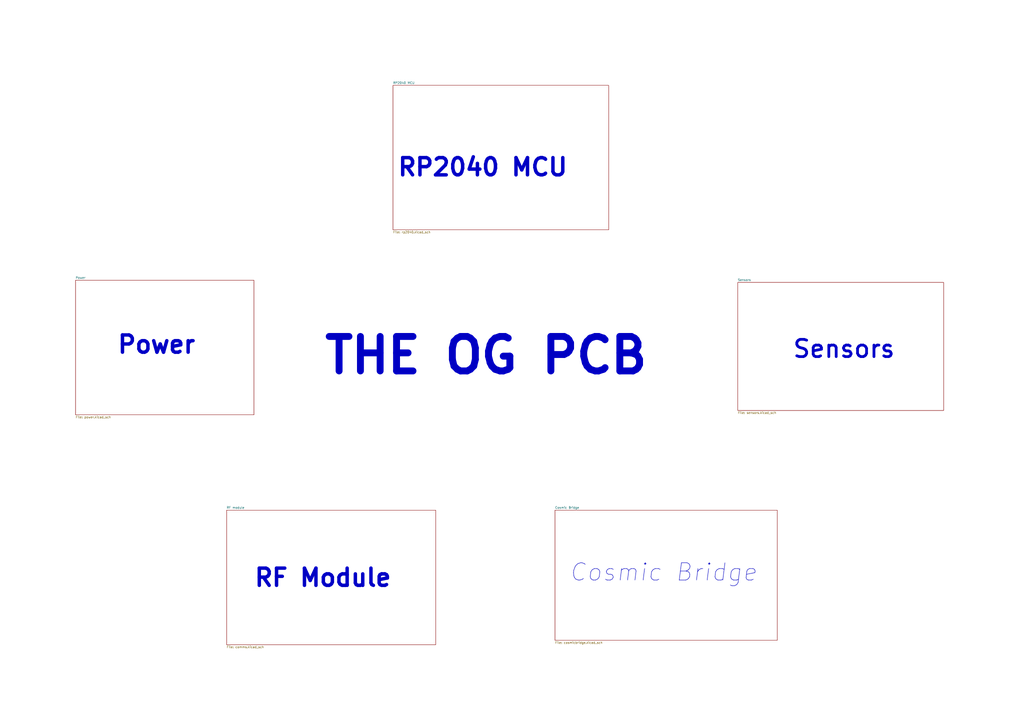
<source format=kicad_sch>
(kicad_sch
	(version 20250114)
	(generator "eeschema")
	(generator_version "9.0")
	(uuid "e4ef350a-b140-44e0-8bc3-973fc24bf90a")
	(paper "A2")
	(lib_symbols)
	(text "Cosmic Bridge"
		(exclude_from_sim no)
		(at 384.81 332.105 0)
		(effects
			(font
				(size 10 10)
				(thickness 0.254)
				(bold yes)
				(italic yes)
			)
		)
		(uuid "2074abb8-fa8b-4a52-8432-dec1260189ed")
	)
	(text "RF Module"
		(exclude_from_sim no)
		(at 187.325 335.28 0)
		(effects
			(font
				(size 10 10)
				(thickness 2)
				(bold yes)
			)
		)
		(uuid "614e2bf6-ee3c-4323-929a-706d3927acf8")
	)
	(text "Power"
		(exclude_from_sim no)
		(at 90.805 200.025 0)
		(effects
			(font
				(size 10 10)
				(thickness 2)
				(bold yes)
			)
		)
		(uuid "70230e2b-11c0-48f3-bd37-2ded5b86e98f")
	)
	(text "RP2040 MCU"
		(exclude_from_sim no)
		(at 280.035 97.155 0)
		(effects
			(font
				(size 10 10)
				(thickness 2)
				(bold yes)
			)
		)
		(uuid "78516cc1-5de1-4734-ae68-b6343c5a0f58")
	)
	(text "Sensors"
		(exclude_from_sim no)
		(at 489.585 202.565 0)
		(effects
			(font
				(size 10 10)
				(thickness 1.6)
				(bold yes)
			)
		)
		(uuid "cd67d965-c5bb-4170-bca0-236f508749ff")
	)
	(text "THE OG PCB"
		(exclude_from_sim no)
		(at 281.94 206.375 0)
		(effects
			(font
				(size 20 20)
				(thickness 4)
				(bold yes)
			)
		)
		(uuid "f8019b0a-48a4-4b85-9504-ef0e6c50cceb")
	)
	(sheet
		(at 227.965 49.53)
		(size 125.095 83.82)
		(exclude_from_sim no)
		(in_bom yes)
		(on_board yes)
		(dnp no)
		(fields_autoplaced yes)
		(stroke
			(width 0.1524)
			(type solid)
		)
		(fill
			(color 0 0 0 0.0000)
		)
		(uuid "06e07132-39d3-4769-b65c-2c1064b388d8")
		(property "Sheetname" "RP2040 MCU"
			(at 227.965 48.8184 0)
			(effects
				(font
					(size 1.27 1.27)
				)
				(justify left bottom)
			)
		)
		(property "Sheetfile" "rp2040.kicad_sch"
			(at 227.965 133.9346 0)
			(effects
				(font
					(size 1.27 1.27)
				)
				(justify left top)
			)
		)
		(instances
			(project "og_pcb"
				(path "/e4ef350a-b140-44e0-8bc3-973fc24bf90a"
					(page "2")
				)
			)
		)
	)
	(sheet
		(at 43.815 162.56)
		(size 103.505 78.105)
		(exclude_from_sim no)
		(in_bom yes)
		(on_board yes)
		(dnp no)
		(fields_autoplaced yes)
		(stroke
			(width 0.1524)
			(type solid)
		)
		(fill
			(color 0 0 0 0.0000)
		)
		(uuid "10597755-0134-48c2-addf-e26d4e398c8f")
		(property "Sheetname" "Power"
			(at 43.815 161.8484 0)
			(effects
				(font
					(size 1.27 1.27)
				)
				(justify left bottom)
			)
		)
		(property "Sheetfile" "power.kicad_sch"
			(at 43.815 241.2496 0)
			(effects
				(font
					(size 1.27 1.27)
				)
				(justify left top)
			)
		)
		(instances
			(project "og_pcb"
				(path "/e4ef350a-b140-44e0-8bc3-973fc24bf90a"
					(page "4")
				)
			)
		)
	)
	(sheet
		(at 427.99 163.83)
		(size 119.38 74.295)
		(exclude_from_sim no)
		(in_bom yes)
		(on_board yes)
		(dnp no)
		(fields_autoplaced yes)
		(stroke
			(width 0.1524)
			(type solid)
		)
		(fill
			(color 0 0 0 0.0000)
		)
		(uuid "3ccd8099-b4f2-4c2f-ac31-d7c505bfef59")
		(property "Sheetname" "Sensors"
			(at 427.99 163.1184 0)
			(effects
				(font
					(size 1.27 1.27)
				)
				(justify left bottom)
			)
		)
		(property "Sheetfile" "sensors.kicad_sch"
			(at 427.99 238.7096 0)
			(effects
				(font
					(size 1.27 1.27)
				)
				(justify left top)
			)
		)
		(instances
			(project "og_pcb"
				(path "/e4ef350a-b140-44e0-8bc3-973fc24bf90a"
					(page "3")
				)
			)
		)
	)
	(sheet
		(at 131.445 295.91)
		(size 121.285 78.105)
		(exclude_from_sim no)
		(in_bom yes)
		(on_board yes)
		(dnp no)
		(fields_autoplaced yes)
		(stroke
			(width 0.1524)
			(type solid)
		)
		(fill
			(color 0 0 0 0.0000)
		)
		(uuid "4928f2bc-e61e-4a86-948c-096d561dbbff")
		(property "Sheetname" "RF module"
			(at 131.445 295.1984 0)
			(effects
				(font
					(size 1.27 1.27)
				)
				(justify left bottom)
			)
		)
		(property "Sheetfile" "comms.kicad_sch"
			(at 131.445 374.5996 0)
			(effects
				(font
					(size 1.27 1.27)
				)
				(justify left top)
			)
		)
		(instances
			(project "og_pcb"
				(path "/e4ef350a-b140-44e0-8bc3-973fc24bf90a"
					(page "5")
				)
			)
		)
	)
	(sheet
		(at 321.945 295.91)
		(size 128.905 75.565)
		(exclude_from_sim no)
		(in_bom yes)
		(on_board yes)
		(dnp no)
		(fields_autoplaced yes)
		(stroke
			(width 0.1524)
			(type solid)
		)
		(fill
			(color 0 0 0 0.0000)
		)
		(uuid "f2f75698-7215-4a2b-8285-3e4b3531a3e0")
		(property "Sheetname" "Cosmic Bridge"
			(at 321.945 295.1984 0)
			(effects
				(font
					(size 1.27 1.27)
				)
				(justify left bottom)
			)
		)
		(property "Sheetfile" "cosmicbridge.kicad_sch"
			(at 321.945 372.0596 0)
			(effects
				(font
					(size 1.27 1.27)
				)
				(justify left top)
			)
		)
		(instances
			(project "og_pcb"
				(path "/e4ef350a-b140-44e0-8bc3-973fc24bf90a"
					(page "6")
				)
			)
		)
	)
	(sheet_instances
		(path "/"
			(page "1")
		)
	)
	(embedded_fonts no)
)

</source>
